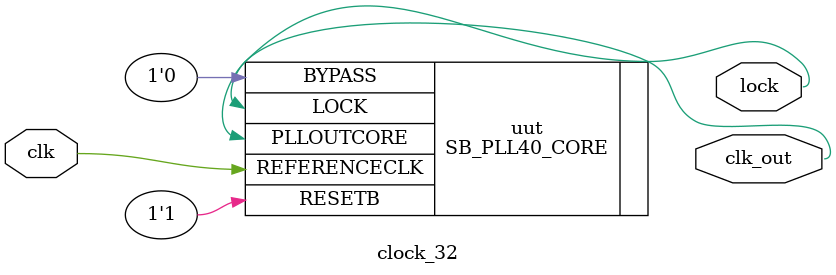
<source format=v>
module clock_32 (
  input wire clk,
  output wire clk_out,
  output wire lock
);
  SB_PLL40_CORE #(.FEEDBACK_PATH("SIMPLE"),
    .PLLOUT_SELECT("GENCLK"),
    .DIVR(4'b0000),
    .DIVF(7'b1010100),
    .DIVQ(3'b101),
    .FILTER_RANGE(3'b001)
  ) uut (
    .REFERENCECLK(clk),
    .PLLOUTCORE(clk_out),
    .LOCK(lock),
    .RESETB(1'b1),
    .BYPASS(1'b0)
  );

endmodule

</source>
